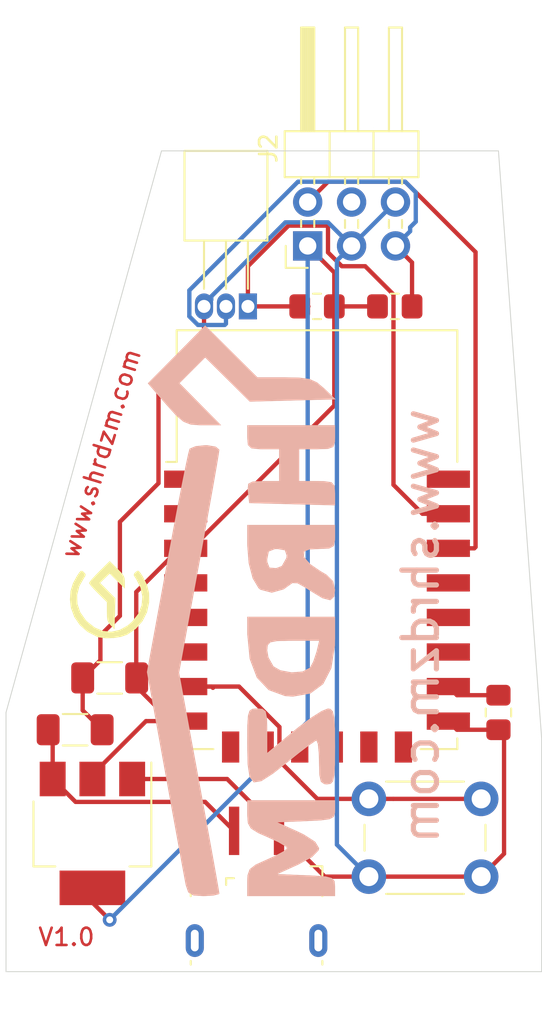
<source format=kicad_pcb>
(kicad_pcb (version 20171130) (host pcbnew "(5.1.9)-1")

  (general
    (thickness 1.6)
    (drawings 10)
    (tracks 103)
    (zones 0)
    (modules 13)
    (nets 25)
  )

  (page A4)
  (layers
    (0 F.Cu signal)
    (31 B.Cu signal)
    (32 B.Adhes user)
    (33 F.Adhes user)
    (34 B.Paste user)
    (35 F.Paste user)
    (36 B.SilkS user)
    (37 F.SilkS user)
    (38 B.Mask user)
    (39 F.Mask user)
    (40 Dwgs.User user)
    (41 Cmts.User user)
    (42 Eco1.User user)
    (43 Eco2.User user)
    (44 Edge.Cuts user)
    (45 Margin user)
    (46 B.CrtYd user)
    (47 F.CrtYd user)
    (48 B.Fab user)
    (49 F.Fab user)
  )

  (setup
    (last_trace_width 0.25)
    (trace_clearance 0.2)
    (zone_clearance 0.508)
    (zone_45_only no)
    (trace_min 0.2)
    (via_size 0.8)
    (via_drill 0.4)
    (via_min_size 0.4)
    (via_min_drill 0.3)
    (uvia_size 0.3)
    (uvia_drill 0.1)
    (uvias_allowed no)
    (uvia_min_size 0.2)
    (uvia_min_drill 0.1)
    (edge_width 0.05)
    (segment_width 0.2)
    (pcb_text_width 0.3)
    (pcb_text_size 1.5 1.5)
    (mod_edge_width 0.12)
    (mod_text_size 1 1)
    (mod_text_width 0.15)
    (pad_size 1.524 1.524)
    (pad_drill 0.762)
    (pad_to_mask_clearance 0)
    (aux_axis_origin 0 0)
    (visible_elements 7FFFF7FF)
    (pcbplotparams
      (layerselection 0x010f0_ffffffff)
      (usegerberextensions false)
      (usegerberattributes false)
      (usegerberadvancedattributes false)
      (creategerberjobfile true)
      (excludeedgelayer true)
      (linewidth 0.100000)
      (plotframeref false)
      (viasonmask false)
      (mode 1)
      (useauxorigin false)
      (hpglpennumber 1)
      (hpglpenspeed 20)
      (hpglpendiameter 15.000000)
      (psnegative false)
      (psa4output false)
      (plotreference true)
      (plotvalue true)
      (plotinvisibletext false)
      (padsonsilk false)
      (subtractmaskfromsilk false)
      (outputformat 1)
      (mirror false)
      (drillshape 0)
      (scaleselection 1)
      (outputdirectory "Gerber/"))
  )

  (net 0 "")
  (net 1 GND)
  (net 2 +5V)
  (net 3 +3V3)
  (net 4 "Net-(J2-Pad2)")
  (net 5 "Net-(J2-Pad4)")
  (net 6 "Net-(J2-Pad5)")
  (net 7 "Net-(Q1-Pad1)")
  (net 8 "Net-(R3-Pad2)")
  (net 9 "Net-(SW1-Pad1)")
  (net 10 "Net-(U2-Pad1)")
  (net 11 "Net-(U2-Pad2)")
  (net 12 "Net-(U2-Pad4)")
  (net 13 "Net-(U2-Pad5)")
  (net 14 "Net-(U2-Pad6)")
  (net 15 "Net-(U2-Pad9)")
  (net 16 "Net-(U2-Pad10)")
  (net 17 "Net-(U2-Pad11)")
  (net 18 "Net-(U2-Pad12)")
  (net 19 "Net-(U2-Pad13)")
  (net 20 "Net-(U2-Pad14)")
  (net 21 "Net-(U2-Pad17)")
  (net 22 "Net-(U2-Pad18)")
  (net 23 "Net-(U2-Pad19)")
  (net 24 "Net-(U2-Pad22)")

  (net_class Default "This is the default net class."
    (clearance 0.2)
    (trace_width 0.25)
    (via_dia 0.8)
    (via_drill 0.4)
    (uvia_dia 0.3)
    (uvia_drill 0.1)
    (add_net +3V3)
    (add_net +5V)
    (add_net GND)
    (add_net "Net-(J2-Pad2)")
    (add_net "Net-(J2-Pad4)")
    (add_net "Net-(J2-Pad5)")
    (add_net "Net-(Q1-Pad1)")
    (add_net "Net-(R3-Pad2)")
    (add_net "Net-(SW1-Pad1)")
    (add_net "Net-(U2-Pad1)")
    (add_net "Net-(U2-Pad10)")
    (add_net "Net-(U2-Pad11)")
    (add_net "Net-(U2-Pad12)")
    (add_net "Net-(U2-Pad13)")
    (add_net "Net-(U2-Pad14)")
    (add_net "Net-(U2-Pad17)")
    (add_net "Net-(U2-Pad18)")
    (add_net "Net-(U2-Pad19)")
    (add_net "Net-(U2-Pad2)")
    (add_net "Net-(U2-Pad22)")
    (add_net "Net-(U2-Pad4)")
    (add_net "Net-(U2-Pad5)")
    (add_net "Net-(U2-Pad6)")
    (add_net "Net-(U2-Pad9)")
  )

  (module Package_TO_SOT_THT:TO-92_Inline_Horizontal1 (layer F.Cu) (tedit 5A27990F) (tstamp 605471D9)
    (at 66.5 47.5 180)
    (descr "TO-92 horizontal, leads in-line, narrow, oval pads, drill 0.75mm (see NXP sot054_po.pdf)")
    (tags "to-92 sc-43 sc-43a sot54 PA33 transistor")
    (path /6059183E)
    (fp_text reference Q1 (at 1.27 -1.78) (layer F.SilkS) hide
      (effects (font (size 1 1) (thickness 0.15)))
    )
    (fp_text value BC547 (at 1.27 10.03) (layer F.Fab)
      (effects (font (size 1 1) (thickness 0.15)))
    )
    (fp_line (start 2.54 3.94) (end 2.54 1.02) (layer F.Fab) (width 0.1))
    (fp_line (start 1.27 3.94) (end 1.27 1.02) (layer F.Fab) (width 0.1))
    (fp_line (start 0 3.94) (end 0 1.02) (layer F.Fab) (width 0.1))
    (fp_line (start -1.02 8.89) (end -1.02 3.94) (layer F.Fab) (width 0.1))
    (fp_line (start -1.02 3.94) (end 3.56 3.94) (layer F.Fab) (width 0.1))
    (fp_line (start 3.56 3.94) (end 3.56 8.89) (layer F.Fab) (width 0.1))
    (fp_line (start 3.56 8.89) (end -1.02 8.89) (layer F.Fab) (width 0.1))
    (fp_line (start 0 1.02) (end 0 3.81) (layer F.SilkS) (width 0.12))
    (fp_line (start 1.27 1.02) (end 1.27 3.81) (layer F.SilkS) (width 0.12))
    (fp_line (start 2.54 1.02) (end 2.54 3.81) (layer F.SilkS) (width 0.12))
    (fp_line (start -1.13 3.81) (end 3.67 3.81) (layer F.SilkS) (width 0.12))
    (fp_line (start 3.67 3.81) (end 3.67 9) (layer F.SilkS) (width 0.12))
    (fp_line (start 3.67 9) (end -1.13 9) (layer F.SilkS) (width 0.12))
    (fp_line (start -1.13 9) (end -1.13 3.81) (layer F.SilkS) (width 0.12))
    (fp_line (start -1.27 -1) (end 3.81 -1) (layer F.CrtYd) (width 0.05))
    (fp_line (start -1.27 -1) (end -1.27 9.14) (layer F.CrtYd) (width 0.05))
    (fp_line (start 3.81 9.14) (end 3.81 -1) (layer F.CrtYd) (width 0.05))
    (fp_line (start 3.81 9.14) (end -1.27 9.14) (layer F.CrtYd) (width 0.05))
    (fp_text user %R (at 1.27 6.4) (layer F.Fab)
      (effects (font (size 1 1) (thickness 0.15)))
    )
    (pad 1 thru_hole rect (at 0 0 180) (size 1.05 1.5) (drill 0.75) (layers *.Cu *.Mask)
      (net 7 "Net-(Q1-Pad1)"))
    (pad 3 thru_hole oval (at 2.54 0 180) (size 1.05 1.5) (drill 0.75) (layers *.Cu *.Mask)
      (net 1 GND))
    (pad 2 thru_hole oval (at 1.27 0 180) (size 1.05 1.5) (drill 0.75) (layers *.Cu *.Mask)
      (net 6 "Net-(J2-Pad5)"))
    (model ${KISYS3DMOD}/Package_TO_SOT_THT.3dshapes/TO-92_Inline_Horizontal1.wrl
      (at (xyz 0 0 0))
      (scale (xyz 1 1 1))
      (rotate (xyz 0 0 0))
    )
  )

  (module Capacitor_SMD:C_1206_3216Metric_Pad1.33x1.80mm_HandSolder (layer F.Cu) (tedit 5F68FEEF) (tstamp 6054714F)
    (at 58.5 69 180)
    (descr "Capacitor SMD 1206 (3216 Metric), square (rectangular) end terminal, IPC_7351 nominal with elongated pad for handsoldering. (Body size source: IPC-SM-782 page 76, https://www.pcb-3d.com/wordpress/wp-content/uploads/ipc-sm-782a_amendment_1_and_2.pdf), generated with kicad-footprint-generator")
    (tags "capacitor handsolder")
    (path /60596E7D)
    (attr smd)
    (fp_text reference C2 (at 0 -1.85) (layer F.SilkS) hide
      (effects (font (size 1 1) (thickness 0.15)))
    )
    (fp_text value 22uF (at 0 1.85) (layer F.Fab)
      (effects (font (size 1 1) (thickness 0.15)))
    )
    (fp_line (start -1.6 0.8) (end -1.6 -0.8) (layer F.Fab) (width 0.1))
    (fp_line (start -1.6 -0.8) (end 1.6 -0.8) (layer F.Fab) (width 0.1))
    (fp_line (start 1.6 -0.8) (end 1.6 0.8) (layer F.Fab) (width 0.1))
    (fp_line (start 1.6 0.8) (end -1.6 0.8) (layer F.Fab) (width 0.1))
    (fp_line (start -0.711252 -0.91) (end 0.711252 -0.91) (layer F.SilkS) (width 0.12))
    (fp_line (start -0.711252 0.91) (end 0.711252 0.91) (layer F.SilkS) (width 0.12))
    (fp_line (start -2.48 1.15) (end -2.48 -1.15) (layer F.CrtYd) (width 0.05))
    (fp_line (start -2.48 -1.15) (end 2.48 -1.15) (layer F.CrtYd) (width 0.05))
    (fp_line (start 2.48 -1.15) (end 2.48 1.15) (layer F.CrtYd) (width 0.05))
    (fp_line (start 2.48 1.15) (end -2.48 1.15) (layer F.CrtYd) (width 0.05))
    (fp_text user %R (at 0 0) (layer F.Fab)
      (effects (font (size 0.8 0.8) (thickness 0.12)))
    )
    (pad 2 smd roundrect (at 1.5625 0 180) (size 1.325 1.8) (layers F.Cu F.Paste F.Mask) (roundrect_rratio 0.1886784905660377)
      (net 1 GND))
    (pad 1 smd roundrect (at -1.5625 0 180) (size 1.325 1.8) (layers F.Cu F.Paste F.Mask) (roundrect_rratio 0.1886784905660377)
      (net 3 +3V3))
    (model ${KISYS3DMOD}/Capacitor_SMD.3dshapes/C_1206_3216Metric.wrl
      (at (xyz 0 0 0))
      (scale (xyz 1 1 1))
      (rotate (xyz 0 0 0))
    )
  )

  (module Capacitor_SMD:C_1206_3216Metric_Pad1.33x1.80mm_HandSolder (layer F.Cu) (tedit 5F68FEEF) (tstamp 6054713E)
    (at 56.5 72 180)
    (descr "Capacitor SMD 1206 (3216 Metric), square (rectangular) end terminal, IPC_7351 nominal with elongated pad for handsoldering. (Body size source: IPC-SM-782 page 76, https://www.pcb-3d.com/wordpress/wp-content/uploads/ipc-sm-782a_amendment_1_and_2.pdf), generated with kicad-footprint-generator")
    (tags "capacitor handsolder")
    (path /605964A3)
    (attr smd)
    (fp_text reference C1 (at 0 -1.85) (layer F.SilkS) hide
      (effects (font (size 1 1) (thickness 0.15)))
    )
    (fp_text value 22uF (at 0 1.85) (layer F.Fab)
      (effects (font (size 1 1) (thickness 0.15)))
    )
    (fp_line (start -1.6 0.8) (end -1.6 -0.8) (layer F.Fab) (width 0.1))
    (fp_line (start -1.6 -0.8) (end 1.6 -0.8) (layer F.Fab) (width 0.1))
    (fp_line (start 1.6 -0.8) (end 1.6 0.8) (layer F.Fab) (width 0.1))
    (fp_line (start 1.6 0.8) (end -1.6 0.8) (layer F.Fab) (width 0.1))
    (fp_line (start -0.711252 -0.91) (end 0.711252 -0.91) (layer F.SilkS) (width 0.12))
    (fp_line (start -0.711252 0.91) (end 0.711252 0.91) (layer F.SilkS) (width 0.12))
    (fp_line (start -2.48 1.15) (end -2.48 -1.15) (layer F.CrtYd) (width 0.05))
    (fp_line (start -2.48 -1.15) (end 2.48 -1.15) (layer F.CrtYd) (width 0.05))
    (fp_line (start 2.48 -1.15) (end 2.48 1.15) (layer F.CrtYd) (width 0.05))
    (fp_line (start 2.48 1.15) (end -2.48 1.15) (layer F.CrtYd) (width 0.05))
    (fp_text user %R (at 0 0) (layer F.Fab)
      (effects (font (size 0.8 0.8) (thickness 0.12)))
    )
    (pad 2 smd roundrect (at 1.5625 0 180) (size 1.325 1.8) (layers F.Cu F.Paste F.Mask) (roundrect_rratio 0.1886784905660377)
      (net 2 +5V))
    (pad 1 smd roundrect (at -1.5625 0 180) (size 1.325 1.8) (layers F.Cu F.Paste F.Mask) (roundrect_rratio 0.1886784905660377)
      (net 1 GND))
    (model ${KISYS3DMOD}/Capacitor_SMD.3dshapes/C_1206_3216Metric.wrl
      (at (xyz 0 0 0))
      (scale (xyz 1 1 1))
      (rotate (xyz 0 0 0))
    )
  )

  (module SHRDZM:USB_Micro-B_Power (layer F.Cu) (tedit 6055B067) (tstamp 60561B2C)
    (at 67 83)
    (tags "Micro-USB Power")
    (path /605D392E)
    (attr smd)
    (fp_text reference J1 (at 0.05 -7.3) (layer F.SilkS) hide
      (effects (font (size 1 1) (thickness 0.15)))
    )
    (fp_text value USB_B_Micro_Power (at 0 5.2) (layer F.Fab)
      (effects (font (size 1 1) (thickness 0.15)))
    )
    (fp_line (start -1.1 -2.16) (end -1.1 -1.95) (layer F.Fab) (width 0.1))
    (fp_line (start -1.5 -2.16) (end -1.5 -1.95) (layer F.Fab) (width 0.1))
    (fp_line (start -1.5 -2.16) (end -1.1 -2.16) (layer F.Fab) (width 0.1))
    (fp_line (start -1.1 -1.95) (end -1.3 -1.75) (layer F.Fab) (width 0.1))
    (fp_line (start -1.3 -1.75) (end -1.5 -1.95) (layer F.Fab) (width 0.1))
    (fp_line (start -1.76 -2.41) (end -1.76 -2.02) (layer F.SilkS) (width 0.12))
    (fp_line (start -1.76 -2.41) (end -1.31 -2.41) (layer F.SilkS) (width 0.12))
    (fp_line (start 3.775 -3.1) (end 3.125 -3.1) (layer F.SilkS) (width 0.12))
    (fp_line (start 3.81 -1.37) (end 3.81 -3.1) (layer F.SilkS) (width 0.12))
    (fp_line (start -3.81 2.59) (end -3.81 2.38) (layer F.SilkS) (width 0.12))
    (fp_line (start -3.7 3.95) (end -3.7 -1.6) (layer F.Fab) (width 0.1))
    (fp_line (start -3.7 -1.6) (end 3.7 -1.6) (layer F.Fab) (width 0.1))
    (fp_line (start -3.7 3.95) (end 3.7 3.95) (layer F.Fab) (width 0.1))
    (fp_line (start -3 2.65) (end 3 2.65) (layer F.Fab) (width 0.1))
    (fp_line (start 3.7 3.95) (end 3.7 -1.6) (layer F.Fab) (width 0.1))
    (fp_line (start 3.81 2.59) (end 3.81 2.38) (layer F.SilkS) (width 0.12))
    (fp_line (start -3.81 -1.37) (end -3.81 -3.1) (layer F.SilkS) (width 0.12))
    (fp_line (start -3.7 -3.1) (end -3.04 -3.1) (layer F.SilkS) (width 0.12))
    (fp_line (start -4.6 4.45) (end -4.6 -2.65) (layer F.CrtYd) (width 0.05))
    (fp_line (start -4.6 -2.65) (end 4.6 -2.65) (layer F.CrtYd) (width 0.05))
    (fp_line (start 4.6 -2.65) (end 4.6 4.45) (layer F.CrtYd) (width 0.05))
    (fp_line (start -4.6 4.45) (end 4.6 4.45) (layer F.CrtYd) (width 0.05))
    (fp_text user %R (at 0 0.85) (layer F.Fab)
      (effects (font (size 1 1) (thickness 0.15)))
    )
    (pad 1 smd rect (at -1.3 -5.15) (size 0.6 2.8) (layers F.Cu F.Paste F.Mask)
      (net 2 +5V))
    (pad 5 smd rect (at 1.3 -5.15) (size 0.6 2.8) (layers F.Cu F.Paste F.Mask)
      (net 1 GND))
    (pad "" thru_hole oval (at -3.575 1.2 180) (size 1.05 1.9) (drill oval 0.45 1.25) (layers *.Cu *.Mask))
    (pad "" thru_hole oval (at 3.575 1.2) (size 1.05 1.9) (drill oval 0.45 1.25) (layers *.Cu *.Mask))
    (model ${KISYS3DMOD}/Connector_USB.3dshapes/USB_Micro-B_GCT_USB3076-30-A.wrl
      (at (xyz 0 0 0))
      (scale (xyz 1 1 1))
      (rotate (xyz 0 0 0))
    )
  )

  (module "SHRDZM:SHRDZM Symbol 5x5" (layer F.Cu) (tedit 0) (tstamp 60550FF7)
    (at 58.5 64.5)
    (fp_text reference G*** (at 0 0) (layer F.SilkS) hide
      (effects (font (size 1.524 1.524) (thickness 0.3)))
    )
    (fp_text value LOGO (at 0.75 0) (layer F.SilkS) hide
      (effects (font (size 1.524 1.524) (thickness 0.3)))
    )
    (fp_poly (pts (xy -1.506686 -1.625883) (xy -1.503334 -1.622852) (xy -1.398724 -1.505223) (xy -1.412956 -1.400282)
      (xy -1.469728 -1.316374) (xy -1.75387 -0.815712) (xy -1.886962 -0.30033) (xy -1.870112 0.211618)
      (xy -1.704429 0.701978) (xy -1.391021 1.152595) (xy -1.314082 1.233002) (xy -0.864498 1.5863)
      (xy -0.389162 1.785985) (xy 0.097619 1.832058) (xy 0.581538 1.724518) (xy 1.048286 1.463366)
      (xy 1.314081 1.233002) (xy 1.655709 0.792086) (xy 1.849824 0.307945) (xy 1.895319 -0.201268)
      (xy 1.791085 -0.717399) (xy 1.536013 -1.222293) (xy 1.469727 -1.316374) (xy 1.392661 -1.44994)
      (xy 1.429417 -1.550408) (xy 1.503333 -1.622852) (xy 1.595643 -1.694892) (xy 1.669653 -1.693628)
      (xy 1.758787 -1.598696) (xy 1.896469 -1.389728) (xy 1.903109 -1.379261) (xy 2.154504 -0.894106)
      (xy 2.275576 -0.412973) (xy 2.281585 0.121397) (xy 2.159228 0.698) (xy 1.896881 1.216996)
      (xy 1.509151 1.656847) (xy 1.010647 1.996013) (xy 1.009923 1.996385) (xy 0.657971 2.119791)
      (xy 0.226438 2.189529) (xy -0.218985 2.201228) (xy -0.612607 2.150515) (xy -0.738348 2.112708)
      (xy -1.277564 1.834626) (xy -1.717995 1.449179) (xy -2.044617 0.977102) (xy -2.242407 0.439127)
      (xy -2.297949 -0.039688) (xy -2.260217 -0.53047) (xy -2.125067 -0.969971) (xy -1.902146 -1.380781)
      (xy -1.762284 -1.59393) (xy -1.672115 -1.692258) (xy -1.598096 -1.696122) (xy -1.506686 -1.625883)) (layer F.SilkS) (width 0.01))
    (fp_poly (pts (xy 0.436196 -1.825987) (xy 0.66022 -1.596669) (xy 0.791224 -1.429677) (xy 0.853769 -1.280676)
      (xy 0.872417 -1.105331) (xy 0.873125 -1.037298) (xy 0.873125 -0.680111) (xy 0.43736 -1.110462)
      (xy 0.001596 -1.540814) (xy -0.278011 -1.269809) (xy -0.557617 -0.998804) (xy 0.322975 -0.108926)
      (xy 0.300394 0.784464) (xy 0.277812 1.677854) (xy 0.059531 1.44974) (xy -0.057965 1.309741)
      (xy -0.123848 1.16476) (xy -0.15261 0.9629) (xy -0.15875 0.668051) (xy -0.15875 0.114476)
      (xy -0.674688 -0.396875) (xy -0.902046 -0.630826) (xy -1.078259 -0.828545) (xy -1.177694 -0.960471)
      (xy -1.190625 -0.991882) (xy -1.137382 -1.079261) (xy -0.993484 -1.249778) (xy -0.782674 -1.476507)
      (xy -0.595679 -1.666512) (xy -0.000732 -2.257487) (xy 0.436196 -1.825987)) (layer F.SilkS) (width 0.01))
  )

  (module Resistor_SMD:R_0805_2012Metric_Pad1.20x1.40mm_HandSolder (layer F.Cu) (tedit 5F68FEEE) (tstamp 6054FC80)
    (at 81 71 90)
    (descr "Resistor SMD 0805 (2012 Metric), square (rectangular) end terminal, IPC_7351 nominal with elongated pad for handsoldering. (Body size source: IPC-SM-782 page 72, https://www.pcb-3d.com/wordpress/wp-content/uploads/ipc-sm-782a_amendment_1_and_2.pdf), generated with kicad-footprint-generator")
    (tags "resistor handsolder")
    (path /60596A0F)
    (attr smd)
    (fp_text reference R3 (at 0 -1.65 90) (layer F.SilkS) hide
      (effects (font (size 1 1) (thickness 0.15)))
    )
    (fp_text value 10k (at 0 1.65 90) (layer F.Fab)
      (effects (font (size 1 1) (thickness 0.15)))
    )
    (fp_line (start -1 0.625) (end -1 -0.625) (layer F.Fab) (width 0.1))
    (fp_line (start -1 -0.625) (end 1 -0.625) (layer F.Fab) (width 0.1))
    (fp_line (start 1 -0.625) (end 1 0.625) (layer F.Fab) (width 0.1))
    (fp_line (start 1 0.625) (end -1 0.625) (layer F.Fab) (width 0.1))
    (fp_line (start -0.227064 -0.735) (end 0.227064 -0.735) (layer F.SilkS) (width 0.12))
    (fp_line (start -0.227064 0.735) (end 0.227064 0.735) (layer F.SilkS) (width 0.12))
    (fp_line (start -1.85 0.95) (end -1.85 -0.95) (layer F.CrtYd) (width 0.05))
    (fp_line (start -1.85 -0.95) (end 1.85 -0.95) (layer F.CrtYd) (width 0.05))
    (fp_line (start 1.85 -0.95) (end 1.85 0.95) (layer F.CrtYd) (width 0.05))
    (fp_line (start 1.85 0.95) (end -1.85 0.95) (layer F.CrtYd) (width 0.05))
    (fp_text user %R (at 0 0 90) (layer F.Fab)
      (effects (font (size 0.5 0.5) (thickness 0.08)))
    )
    (pad 2 smd roundrect (at 1 0 90) (size 1.2 1.4) (layers F.Cu F.Paste F.Mask) (roundrect_rratio 0.2083325)
      (net 8 "Net-(R3-Pad2)"))
    (pad 1 smd roundrect (at -1 0 90) (size 1.2 1.4) (layers F.Cu F.Paste F.Mask) (roundrect_rratio 0.2083325)
      (net 1 GND))
    (model ${KISYS3DMOD}/Resistor_SMD.3dshapes/R_0805_2012Metric.wrl
      (at (xyz 0 0 0))
      (scale (xyz 1 1 1))
      (rotate (xyz 0 0 0))
    )
  )

  (module Resistor_SMD:R_0805_2012Metric_Pad1.20x1.40mm_HandSolder (layer F.Cu) (tedit 5F68FEEE) (tstamp 605471FB)
    (at 75 47.5 180)
    (descr "Resistor SMD 0805 (2012 Metric), square (rectangular) end terminal, IPC_7351 nominal with elongated pad for handsoldering. (Body size source: IPC-SM-782 page 72, https://www.pcb-3d.com/wordpress/wp-content/uploads/ipc-sm-782a_amendment_1_and_2.pdf), generated with kicad-footprint-generator")
    (tags "resistor handsolder")
    (path /605543CB)
    (attr smd)
    (fp_text reference R2 (at 0 -1.65) (layer F.SilkS) hide
      (effects (font (size 1 1) (thickness 0.15)))
    )
    (fp_text value 10k (at 0 1.65) (layer F.Fab)
      (effects (font (size 1 1) (thickness 0.15)))
    )
    (fp_line (start -1 0.625) (end -1 -0.625) (layer F.Fab) (width 0.1))
    (fp_line (start -1 -0.625) (end 1 -0.625) (layer F.Fab) (width 0.1))
    (fp_line (start 1 -0.625) (end 1 0.625) (layer F.Fab) (width 0.1))
    (fp_line (start 1 0.625) (end -1 0.625) (layer F.Fab) (width 0.1))
    (fp_line (start -0.227064 -0.735) (end 0.227064 -0.735) (layer F.SilkS) (width 0.12))
    (fp_line (start -0.227064 0.735) (end 0.227064 0.735) (layer F.SilkS) (width 0.12))
    (fp_line (start -1.85 0.95) (end -1.85 -0.95) (layer F.CrtYd) (width 0.05))
    (fp_line (start -1.85 -0.95) (end 1.85 -0.95) (layer F.CrtYd) (width 0.05))
    (fp_line (start 1.85 -0.95) (end 1.85 0.95) (layer F.CrtYd) (width 0.05))
    (fp_line (start 1.85 0.95) (end -1.85 0.95) (layer F.CrtYd) (width 0.05))
    (fp_text user %R (at 0 0) (layer F.Fab)
      (effects (font (size 0.5 0.5) (thickness 0.08)))
    )
    (pad 2 smd roundrect (at 1 0 180) (size 1.2 1.4) (layers F.Cu F.Paste F.Mask) (roundrect_rratio 0.2083325)
      (net 3 +3V3))
    (pad 1 smd roundrect (at -1 0 180) (size 1.2 1.4) (layers F.Cu F.Paste F.Mask) (roundrect_rratio 0.2083325)
      (net 6 "Net-(J2-Pad5)"))
    (model ${KISYS3DMOD}/Resistor_SMD.3dshapes/R_0805_2012Metric.wrl
      (at (xyz 0 0 0))
      (scale (xyz 1 1 1))
      (rotate (xyz 0 0 0))
    )
  )

  (module Resistor_SMD:R_0805_2012Metric_Pad1.20x1.40mm_HandSolder (layer F.Cu) (tedit 5F68FEEE) (tstamp 605471EA)
    (at 70.5 47.5 180)
    (descr "Resistor SMD 0805 (2012 Metric), square (rectangular) end terminal, IPC_7351 nominal with elongated pad for handsoldering. (Body size source: IPC-SM-782 page 72, https://www.pcb-3d.com/wordpress/wp-content/uploads/ipc-sm-782a_amendment_1_and_2.pdf), generated with kicad-footprint-generator")
    (tags "resistor handsolder")
    (path /6054E299)
    (attr smd)
    (fp_text reference R1 (at 0 -1.65) (layer F.SilkS) hide
      (effects (font (size 1 1) (thickness 0.15)))
    )
    (fp_text value 10k (at 0 1.65) (layer F.Fab)
      (effects (font (size 1 1) (thickness 0.15)))
    )
    (fp_line (start -1 0.625) (end -1 -0.625) (layer F.Fab) (width 0.1))
    (fp_line (start -1 -0.625) (end 1 -0.625) (layer F.Fab) (width 0.1))
    (fp_line (start 1 -0.625) (end 1 0.625) (layer F.Fab) (width 0.1))
    (fp_line (start 1 0.625) (end -1 0.625) (layer F.Fab) (width 0.1))
    (fp_line (start -0.227064 -0.735) (end 0.227064 -0.735) (layer F.SilkS) (width 0.12))
    (fp_line (start -0.227064 0.735) (end 0.227064 0.735) (layer F.SilkS) (width 0.12))
    (fp_line (start -1.85 0.95) (end -1.85 -0.95) (layer F.CrtYd) (width 0.05))
    (fp_line (start -1.85 -0.95) (end 1.85 -0.95) (layer F.CrtYd) (width 0.05))
    (fp_line (start 1.85 -0.95) (end 1.85 0.95) (layer F.CrtYd) (width 0.05))
    (fp_line (start 1.85 0.95) (end -1.85 0.95) (layer F.CrtYd) (width 0.05))
    (fp_text user %R (at 0 0) (layer F.Fab)
      (effects (font (size 0.5 0.5) (thickness 0.08)))
    )
    (pad 2 smd roundrect (at 1 0 180) (size 1.2 1.4) (layers F.Cu F.Paste F.Mask) (roundrect_rratio 0.2083325)
      (net 7 "Net-(Q1-Pad1)"))
    (pad 1 smd roundrect (at -1 0 180) (size 1.2 1.4) (layers F.Cu F.Paste F.Mask) (roundrect_rratio 0.2083325)
      (net 3 +3V3))
    (model ${KISYS3DMOD}/Resistor_SMD.3dshapes/R_0805_2012Metric.wrl
      (at (xyz 0 0 0))
      (scale (xyz 1 1 1))
      (rotate (xyz 0 0 0))
    )
  )

  (module RF_Module:ESP-12E (layer F.Cu) (tedit 5A030172) (tstamp 6054727C)
    (at 70.5 61)
    (descr "Wi-Fi Module, http://wiki.ai-thinker.com/_media/esp8266/docs/aithinker_esp_12f_datasheet_en.pdf")
    (tags "Wi-Fi Module")
    (path /60539BCE)
    (attr smd)
    (fp_text reference U2 (at -10.56 -5.26) (layer F.SilkS) hide
      (effects (font (size 1 1) (thickness 0.15)))
    )
    (fp_text value ESP-12F (at -0.06 -12.78) (layer F.Fab)
      (effects (font (size 1 1) (thickness 0.15)))
    )
    (fp_line (start -8 -12) (end 8 -12) (layer F.Fab) (width 0.12))
    (fp_line (start 8 -12) (end 8 12) (layer F.Fab) (width 0.12))
    (fp_line (start 8 12) (end -8 12) (layer F.Fab) (width 0.12))
    (fp_line (start -8 12) (end -8 -3) (layer F.Fab) (width 0.12))
    (fp_line (start -8 -3) (end -7.5 -3.5) (layer F.Fab) (width 0.12))
    (fp_line (start -7.5 -3.5) (end -8 -4) (layer F.Fab) (width 0.12))
    (fp_line (start -8 -4) (end -8 -12) (layer F.Fab) (width 0.12))
    (fp_line (start -9.05 -12.2) (end 9.05 -12.2) (layer F.CrtYd) (width 0.05))
    (fp_line (start 9.05 -12.2) (end 9.05 13.1) (layer F.CrtYd) (width 0.05))
    (fp_line (start 9.05 13.1) (end -9.05 13.1) (layer F.CrtYd) (width 0.05))
    (fp_line (start -9.05 13.1) (end -9.05 -12.2) (layer F.CrtYd) (width 0.05))
    (fp_line (start -8.12 -12.12) (end 8.12 -12.12) (layer F.SilkS) (width 0.12))
    (fp_line (start 8.12 -12.12) (end 8.12 -4.5) (layer F.SilkS) (width 0.12))
    (fp_line (start 8.12 11.5) (end 8.12 12.12) (layer F.SilkS) (width 0.12))
    (fp_line (start 8.12 12.12) (end 6 12.12) (layer F.SilkS) (width 0.12))
    (fp_line (start -6 12.12) (end -8.12 12.12) (layer F.SilkS) (width 0.12))
    (fp_line (start -8.12 12.12) (end -8.12 11.5) (layer F.SilkS) (width 0.12))
    (fp_line (start -8.12 -4.5) (end -8.12 -12.12) (layer F.SilkS) (width 0.12))
    (fp_line (start -8.12 -4.5) (end -8.73 -4.5) (layer F.SilkS) (width 0.12))
    (fp_line (start -8.12 -12.12) (end 8.12 -12.12) (layer Dwgs.User) (width 0.12))
    (fp_line (start 8.12 -12.12) (end 8.12 -4.8) (layer Dwgs.User) (width 0.12))
    (fp_line (start 8.12 -4.8) (end -8.12 -4.8) (layer Dwgs.User) (width 0.12))
    (fp_line (start -8.12 -4.8) (end -8.12 -12.12) (layer Dwgs.User) (width 0.12))
    (fp_line (start -8.12 -9.12) (end -5.12 -12.12) (layer Dwgs.User) (width 0.12))
    (fp_line (start -8.12 -6.12) (end -2.12 -12.12) (layer Dwgs.User) (width 0.12))
    (fp_line (start -6.44 -4.8) (end 0.88 -12.12) (layer Dwgs.User) (width 0.12))
    (fp_line (start -3.44 -4.8) (end 3.88 -12.12) (layer Dwgs.User) (width 0.12))
    (fp_line (start -0.44 -4.8) (end 6.88 -12.12) (layer Dwgs.User) (width 0.12))
    (fp_line (start 2.56 -4.8) (end 8.12 -10.36) (layer Dwgs.User) (width 0.12))
    (fp_line (start 5.56 -4.8) (end 8.12 -7.36) (layer Dwgs.User) (width 0.12))
    (fp_text user Antenna (at -0.06 -7 180) (layer Cmts.User)
      (effects (font (size 1 1) (thickness 0.15)))
    )
    (fp_text user "KEEP-OUT ZONE" (at 0.03 -9.55 180) (layer Cmts.User)
      (effects (font (size 1 1) (thickness 0.15)))
    )
    (fp_text user %R (at 0.49 -0.8) (layer F.Fab) hide
      (effects (font (size 1 1) (thickness 0.15)))
    )
    (pad 1 smd rect (at -7.6 -3.5) (size 2.5 1) (layers F.Cu F.Paste F.Mask)
      (net 10 "Net-(U2-Pad1)"))
    (pad 2 smd rect (at -7.6 -1.5) (size 2.5 1) (layers F.Cu F.Paste F.Mask)
      (net 11 "Net-(U2-Pad2)"))
    (pad 3 smd rect (at -7.6 0.5) (size 2.5 1) (layers F.Cu F.Paste F.Mask)
      (net 3 +3V3))
    (pad 4 smd rect (at -7.6 2.5) (size 2.5 1) (layers F.Cu F.Paste F.Mask)
      (net 12 "Net-(U2-Pad4)"))
    (pad 5 smd rect (at -7.6 4.5) (size 2.5 1) (layers F.Cu F.Paste F.Mask)
      (net 13 "Net-(U2-Pad5)"))
    (pad 6 smd rect (at -7.6 6.5) (size 2.5 1) (layers F.Cu F.Paste F.Mask)
      (net 14 "Net-(U2-Pad6)"))
    (pad 7 smd rect (at -7.6 8.5) (size 2.5 1) (layers F.Cu F.Paste F.Mask)
      (net 9 "Net-(SW1-Pad1)"))
    (pad 8 smd rect (at -7.6 10.5) (size 2.5 1) (layers F.Cu F.Paste F.Mask)
      (net 3 +3V3))
    (pad 9 smd rect (at -5 12) (size 1 1.8) (layers F.Cu F.Paste F.Mask)
      (net 15 "Net-(U2-Pad9)"))
    (pad 10 smd rect (at -3 12) (size 1 1.8) (layers F.Cu F.Paste F.Mask)
      (net 16 "Net-(U2-Pad10)"))
    (pad 11 smd rect (at -1 12) (size 1 1.8) (layers F.Cu F.Paste F.Mask)
      (net 17 "Net-(U2-Pad11)"))
    (pad 12 smd rect (at 1 12) (size 1 1.8) (layers F.Cu F.Paste F.Mask)
      (net 18 "Net-(U2-Pad12)"))
    (pad 13 smd rect (at 3 12) (size 1 1.8) (layers F.Cu F.Paste F.Mask)
      (net 19 "Net-(U2-Pad13)"))
    (pad 14 smd rect (at 5 12) (size 1 1.8) (layers F.Cu F.Paste F.Mask)
      (net 20 "Net-(U2-Pad14)"))
    (pad 15 smd rect (at 7.6 10.5) (size 2.5 1) (layers F.Cu F.Paste F.Mask)
      (net 1 GND))
    (pad 16 smd rect (at 7.6 8.5) (size 2.5 1) (layers F.Cu F.Paste F.Mask)
      (net 8 "Net-(R3-Pad2)"))
    (pad 17 smd rect (at 7.6 6.5) (size 2.5 1) (layers F.Cu F.Paste F.Mask)
      (net 21 "Net-(U2-Pad17)"))
    (pad 18 smd rect (at 7.6 4.5) (size 2.5 1) (layers F.Cu F.Paste F.Mask)
      (net 22 "Net-(U2-Pad18)"))
    (pad 19 smd rect (at 7.6 2.5) (size 2.5 1) (layers F.Cu F.Paste F.Mask)
      (net 23 "Net-(U2-Pad19)"))
    (pad 20 smd rect (at 7.6 0.5) (size 2.5 1) (layers F.Cu F.Paste F.Mask)
      (net 4 "Net-(J2-Pad2)"))
    (pad 21 smd rect (at 7.6 -1.5) (size 2.5 1) (layers F.Cu F.Paste F.Mask)
      (net 7 "Net-(Q1-Pad1)"))
    (pad 22 smd rect (at 7.6 -3.5) (size 2.5 1) (layers F.Cu F.Paste F.Mask)
      (net 24 "Net-(U2-Pad22)"))
    (model ${KISYS3DMOD}/RF_Module.3dshapes/ESP-12E.wrl
      (at (xyz 0 0 0))
      (scale (xyz 1 1 1))
      (rotate (xyz 0 0 0))
    )
  )

  (module "SHRDZM:SHRDZM 33x11" (layer B.Cu) (tedit 0) (tstamp 6054BFB9)
    (at 66 65 270)
    (attr smd)
    (fp_text reference G*** (at 0 0 90) (layer B.SilkS) hide
      (effects (font (size 1.524 1.524) (thickness 0.3)) (justify mirror))
    )
    (fp_text value LOGO (at 0.75 0 90) (layer B.SilkS) hide
      (effects (font (size 1.524 1.524) (thickness 0.3)) (justify mirror))
    )
    (fp_poly (pts (xy -11.834091 4.24028) (xy -11.189823 3.659697) (xy -10.826172 3.229197) (xy -10.663573 2.809819)
      (xy -10.622463 2.262601) (xy -10.621818 2.123008) (xy -10.621818 1.054867) (xy -11.839933 2.257851)
      (xy -13.058048 3.460834) (xy -13.801539 2.717343) (xy -14.545029 1.973852) (xy -13.267906 0.683262)
      (xy -11.990782 -0.607328) (xy -12.056755 -3.090599) (xy -12.122727 -5.573871) (xy -12.757727 -4.910209)
      (xy -13.100825 -4.500821) (xy -13.292543 -4.07639) (xy -13.37559 -3.484816) (xy -13.392727 -2.648614)
      (xy -13.392727 -1.05068) (xy -14.893628 0.461811) (xy -16.39453 1.974302) (xy -13.046364 5.289412)
      (xy -11.834091 4.24028)) (layer B.SilkS) (width 0.01))
    (fp_poly (pts (xy -9.484909 -0.498292) (xy -9.287451 -0.695944) (xy -9.237457 -1.187122) (xy -9.236364 -1.385454)
      (xy -9.236364 -2.309091) (xy -7.389091 -2.309091) (xy -7.389091 -1.370117) (xy -7.364956 -0.775193)
      (xy -7.233747 -0.521424) (xy -6.907262 -0.488531) (xy -6.754091 -0.504208) (xy -6.119091 -0.577272)
      (xy -6.053552 -3.059545) (xy -5.988012 -5.541818) (xy -6.688552 -5.541818) (xy -7.119278 -5.512352)
      (xy -7.32328 -5.340367) (xy -7.385084 -4.900487) (xy -7.389091 -4.502727) (xy -7.389091 -3.463636)
      (xy -9.236364 -3.463636) (xy -9.236364 -4.502727) (xy -9.256445 -5.14168) (xy -9.37239 -5.444309)
      (xy -9.667753 -5.535944) (xy -9.929091 -5.541818) (xy -10.621818 -5.541818) (xy -10.621818 -0.461818)
      (xy -9.929091 -0.461818) (xy -9.484909 -0.498292)) (layer B.SilkS) (width 0.01))
    (fp_poly (pts (xy -2.642837 -0.546235) (xy -1.764684 -0.776401) (xy -1.193038 -1.117685) (xy -1.105054 -1.226718)
      (xy -0.93439 -1.882505) (xy -1.127254 -2.569532) (xy -1.290102 -2.793121) (xy -1.491165 -3.07761)
      (xy -1.479224 -3.371679) (xy -1.227204 -3.825884) (xy -1.059193 -4.077178) (xy -0.615248 -4.812785)
      (xy -0.49648 -5.268546) (xy -0.704158 -5.493792) (xy -1.096818 -5.541194) (xy -1.58461 -5.436356)
      (xy -1.972164 -5.051108) (xy -2.193636 -4.67801) (xy -2.572771 -4.120334) (xy -2.957725 -3.777117)
      (xy -3.059545 -3.738066) (xy -3.321578 -3.769813) (xy -3.439795 -4.068632) (xy -3.463636 -4.60125)
      (xy -3.489728 -5.200492) (xy -3.632454 -5.469616) (xy -3.988494 -5.539887) (xy -4.156364 -5.541818)
      (xy -4.849091 -5.541818) (xy -4.849091 -2.209696) (xy -3.463636 -2.209696) (xy -3.388255 -2.642177)
      (xy -3.083953 -2.743785) (xy -2.944091 -2.729241) (xy -2.477274 -2.466292) (xy -2.350758 -2.135909)
      (xy -2.38173 -1.747837) (xy -2.711239 -1.621022) (xy -2.870304 -1.616363) (xy -3.316807 -1.70486)
      (xy -3.459257 -2.062941) (xy -3.463636 -2.209696) (xy -4.849091 -2.209696) (xy -4.849091 -0.461818)
      (xy -3.709578 -0.461818) (xy -2.642837 -0.546235)) (layer B.SilkS) (width 0.01))
    (fp_poly (pts (xy 1.443182 -0.463106) (xy 2.892018 -0.603587) (xy 3.980493 -1.017315) (xy 4.701492 -1.699123)
      (xy 5.0479 -2.64384) (xy 5.08 -3.104872) (xy 4.899507 -4.116709) (xy 4.354574 -4.8559)
      (xy 3.440015 -5.326202) (xy 2.150647 -5.53137) (xy 1.716786 -5.541818) (xy 0.461818 -5.541818)
      (xy 0.461818 -3.121672) (xy 1.847273 -3.121672) (xy 1.847273 -4.62698) (xy 2.482273 -4.475287)
      (xy 3.058327 -4.283473) (xy 3.405909 -4.09625) (xy 3.632366 -3.669201) (xy 3.681523 -3.027147)
      (xy 3.560684 -2.378403) (xy 3.331688 -1.97922) (xy 2.816415 -1.68904) (xy 2.408052 -1.616363)
      (xy 2.106819 -1.64469) (xy 1.938836 -1.799044) (xy 1.865337 -2.183485) (xy 1.847557 -2.902073)
      (xy 1.847273 -3.121672) (xy 0.461818 -3.121672) (xy 0.461818 -0.461818) (xy 1.443182 -0.463106)) (layer B.SilkS) (width 0.01))
    (fp_poly (pts (xy 9.012665 -0.486845) (xy 9.733746 -0.59657) (xy 10.04551 -0.842964) (xy 9.972067 -1.277993)
      (xy 9.537529 -1.953626) (xy 8.915182 -2.740129) (xy 8.337411 -3.461922) (xy 7.892447 -4.04747)
      (xy 7.647299 -4.407237) (xy 7.62 -4.470704) (xy 7.828873 -4.551485) (xy 8.367658 -4.605052)
      (xy 8.89 -4.618181) (xy 9.623931 -4.638226) (xy 10.006267 -4.724894) (xy 10.146455 -4.917981)
      (xy 10.16 -5.08) (xy 10.126875 -5.294643) (xy 9.970391 -5.43011) (xy 9.604881 -5.504437)
      (xy 8.944679 -5.535658) (xy 7.966364 -5.541818) (xy 6.940998 -5.533022) (xy 6.293239 -5.49612)
      (xy 5.93904 -5.415343) (xy 5.794356 -5.274919) (xy 5.772727 -5.130205) (xy 5.913733 -4.773596)
      (xy 6.289794 -4.178026) (xy 6.830471 -3.450873) (xy 7.060215 -3.167477) (xy 8.347703 -1.616363)
      (xy 7.060215 -1.616363) (xy 6.326626 -1.60185) (xy 5.942405 -1.524744) (xy 5.795266 -1.334701)
      (xy 5.772727 -1.039091) (xy 5.789188 -0.766199) (xy 5.897714 -0.596586) (xy 6.18702 -0.505696)
      (xy 6.745821 -0.468969) (xy 7.662833 -0.46185) (xy 7.858156 -0.461818) (xy 9.012665 -0.486845)) (layer B.SilkS) (width 0.01))
    (fp_poly (pts (xy 12.395429 -0.496136) (xy 12.712548 -0.670983) (xy 12.97747 -1.094195) (xy 13.205401 -1.616363)
      (xy 13.499891 -2.25622) (xy 13.747657 -2.675473) (xy 13.854545 -2.770909) (xy 14.029365 -2.576068)
      (xy 14.299208 -2.074721) (xy 14.50369 -1.616363) (xy 14.806606 -0.946186) (xy 15.073805 -0.602406)
      (xy 15.426784 -0.477186) (xy 15.804476 -0.461818) (xy 16.625455 -0.461818) (xy 16.625455 -5.541818)
      (xy 16.058298 -5.541818) (xy 15.764735 -5.515048) (xy 15.589308 -5.368948) (xy 15.494585 -5.004829)
      (xy 15.443132 -4.324002) (xy 15.423298 -3.867727) (xy 15.355455 -2.193636) (xy 14.807474 -3.405909)
      (xy 14.367728 -4.212638) (xy 13.976133 -4.590872) (xy 13.854545 -4.618181) (xy 13.483463 -4.393411)
      (xy 13.058569 -3.732945) (xy 12.901617 -3.405909) (xy 12.353636 -2.193636) (xy 12.285793 -3.867727)
      (xy 12.241738 -4.731043) (xy 12.171965 -5.231377) (xy 12.039041 -5.467418) (xy 11.805533 -5.537853)
      (xy 11.650793 -5.541818) (xy 11.083636 -5.541818) (xy 11.083636 -0.461818) (xy 11.904615 -0.461818)
      (xy 12.395429 -0.496136)) (layer B.SilkS) (width 0.01))
    (fp_poly (pts (xy 9.507674 4.282939) (xy 11.126873 3.989434) (xy 12.624181 3.716941) (xy 13.930633 3.478097)
      (xy 14.977259 3.28554) (xy 15.695094 3.151906) (xy 15.990455 3.095066) (xy 16.406115 2.953097)
      (xy 16.586503 2.656263) (xy 16.625455 2.059835) (xy 16.592207 1.488044) (xy 16.509347 1.174789)
      (xy 16.47846 1.154546) (xy 16.221645 1.194824) (xy 15.57016 1.308525) (xy 14.583428 1.484945)
      (xy 13.320871 1.713382) (xy 11.84191 1.983134) (xy 10.205968 2.283497) (xy 10.013005 2.319048)
      (xy 3.694545 3.483549) (xy -2.623915 2.319048) (xy -4.281064 2.015312) (xy -5.79457 1.741111)
      (xy -7.10359 1.507211) (xy -8.14728 1.324378) (xy -8.864797 1.203378) (xy -9.1953 1.154978)
      (xy -9.204824 1.154546) (xy -9.380197 1.357546) (xy -9.465563 1.857732) (xy -9.467273 1.9491)
      (xy -9.410457 2.521007) (xy -9.271728 2.861281) (xy -9.252347 2.876486) (xy -8.977171 2.951304)
      (xy -8.307694 3.096173) (xy -7.304101 3.299185) (xy -6.026578 3.548434) (xy -4.535311 3.83201)
      (xy -2.890485 4.138006) (xy -2.688764 4.175094) (xy 3.659894 5.34087) (xy 9.507674 4.282939)) (layer B.SilkS) (width 0.01))
  )

  (module Button_Switch_THT:SW_PUSH_6mm (layer F.Cu) (tedit 5A02FE31) (tstamp 6054722B)
    (at 73.5 76)
    (descr https://www.omron.com/ecb/products/pdf/en-b3f.pdf)
    (tags "tact sw push 6mm")
    (path /60542FE7)
    (fp_text reference SW1 (at 3.25 -2) (layer F.SilkS) hide
      (effects (font (size 1 1) (thickness 0.15)))
    )
    (fp_text value SW_Push (at 3.75 6.7) (layer F.Fab)
      (effects (font (size 1 1) (thickness 0.15)))
    )
    (fp_line (start 3.25 -0.75) (end 6.25 -0.75) (layer F.Fab) (width 0.1))
    (fp_line (start 6.25 -0.75) (end 6.25 5.25) (layer F.Fab) (width 0.1))
    (fp_line (start 6.25 5.25) (end 0.25 5.25) (layer F.Fab) (width 0.1))
    (fp_line (start 0.25 5.25) (end 0.25 -0.75) (layer F.Fab) (width 0.1))
    (fp_line (start 0.25 -0.75) (end 3.25 -0.75) (layer F.Fab) (width 0.1))
    (fp_line (start 7.75 6) (end 8 6) (layer F.CrtYd) (width 0.05))
    (fp_line (start 8 6) (end 8 5.75) (layer F.CrtYd) (width 0.05))
    (fp_line (start 7.75 -1.5) (end 8 -1.5) (layer F.CrtYd) (width 0.05))
    (fp_line (start 8 -1.5) (end 8 -1.25) (layer F.CrtYd) (width 0.05))
    (fp_line (start -1.5 -1.25) (end -1.5 -1.5) (layer F.CrtYd) (width 0.05))
    (fp_line (start -1.5 -1.5) (end -1.25 -1.5) (layer F.CrtYd) (width 0.05))
    (fp_line (start -1.5 5.75) (end -1.5 6) (layer F.CrtYd) (width 0.05))
    (fp_line (start -1.5 6) (end -1.25 6) (layer F.CrtYd) (width 0.05))
    (fp_line (start -1.25 -1.5) (end 7.75 -1.5) (layer F.CrtYd) (width 0.05))
    (fp_line (start -1.5 5.75) (end -1.5 -1.25) (layer F.CrtYd) (width 0.05))
    (fp_line (start 7.75 6) (end -1.25 6) (layer F.CrtYd) (width 0.05))
    (fp_line (start 8 -1.25) (end 8 5.75) (layer F.CrtYd) (width 0.05))
    (fp_line (start 1 5.5) (end 5.5 5.5) (layer F.SilkS) (width 0.12))
    (fp_line (start -0.25 1.5) (end -0.25 3) (layer F.SilkS) (width 0.12))
    (fp_line (start 5.5 -1) (end 1 -1) (layer F.SilkS) (width 0.12))
    (fp_line (start 6.75 3) (end 6.75 1.5) (layer F.SilkS) (width 0.12))
    (fp_circle (center 3.25 2.25) (end 1.25 2.5) (layer F.Fab) (width 0.1))
    (fp_text user %R (at 3.25 -2) (layer F.Fab)
      (effects (font (size 1 1) (thickness 0.15)))
    )
    (pad 2 thru_hole circle (at 0 4.5 90) (size 2 2) (drill 1.1) (layers *.Cu *.Mask)
      (net 1 GND))
    (pad 1 thru_hole circle (at 0 0 90) (size 2 2) (drill 1.1) (layers *.Cu *.Mask)
      (net 9 "Net-(SW1-Pad1)"))
    (pad 2 thru_hole circle (at 6.5 4.5 90) (size 2 2) (drill 1.1) (layers *.Cu *.Mask)
      (net 1 GND))
    (pad 1 thru_hole circle (at 6.5 0 90) (size 2 2) (drill 1.1) (layers *.Cu *.Mask)
      (net 9 "Net-(SW1-Pad1)"))
    (model ${KISYS3DMOD}/Button_Switch_THT.3dshapes/SW_PUSH_6mm.wrl
      (at (xyz 0 0 0))
      (scale (xyz 1 1 1))
      (rotate (xyz 0 0 0))
    )
  )

  (module Package_TO_SOT_SMD:SOT-223-3_TabPin2 (layer F.Cu) (tedit 5A02FF57) (tstamp 60547241)
    (at 57.5 78 270)
    (descr "module CMS SOT223 4 pins")
    (tags "CMS SOT")
    (path /6053B5FB)
    (attr smd)
    (fp_text reference U1 (at 0 -4.5 90) (layer F.SilkS) hide
      (effects (font (size 1 1) (thickness 0.15)))
    )
    (fp_text value AMS1117-3.3 (at 0 4.5 90) (layer F.Fab)
      (effects (font (size 1 1) (thickness 0.15)))
    )
    (fp_line (start 1.91 3.41) (end 1.91 2.15) (layer F.SilkS) (width 0.12))
    (fp_line (start 1.91 -3.41) (end 1.91 -2.15) (layer F.SilkS) (width 0.12))
    (fp_line (start 4.4 -3.6) (end -4.4 -3.6) (layer F.CrtYd) (width 0.05))
    (fp_line (start 4.4 3.6) (end 4.4 -3.6) (layer F.CrtYd) (width 0.05))
    (fp_line (start -4.4 3.6) (end 4.4 3.6) (layer F.CrtYd) (width 0.05))
    (fp_line (start -4.4 -3.6) (end -4.4 3.6) (layer F.CrtYd) (width 0.05))
    (fp_line (start -1.85 -2.35) (end -0.85 -3.35) (layer F.Fab) (width 0.1))
    (fp_line (start -1.85 -2.35) (end -1.85 3.35) (layer F.Fab) (width 0.1))
    (fp_line (start -1.85 3.41) (end 1.91 3.41) (layer F.SilkS) (width 0.12))
    (fp_line (start -0.85 -3.35) (end 1.85 -3.35) (layer F.Fab) (width 0.1))
    (fp_line (start -4.1 -3.41) (end 1.91 -3.41) (layer F.SilkS) (width 0.12))
    (fp_line (start -1.85 3.35) (end 1.85 3.35) (layer F.Fab) (width 0.1))
    (fp_line (start 1.85 -3.35) (end 1.85 3.35) (layer F.Fab) (width 0.1))
    (fp_text user %R (at 0 0) (layer F.Fab)
      (effects (font (size 0.8 0.8) (thickness 0.12)))
    )
    (pad 2 smd rect (at 3.15 0 270) (size 2 3.8) (layers F.Cu F.Paste F.Mask)
      (net 3 +3V3))
    (pad 2 smd rect (at -3.15 0 270) (size 2 1.5) (layers F.Cu F.Paste F.Mask)
      (net 3 +3V3))
    (pad 3 smd rect (at -3.15 2.3 270) (size 2 1.5) (layers F.Cu F.Paste F.Mask)
      (net 2 +5V))
    (pad 1 smd rect (at -3.15 -2.3 270) (size 2 1.5) (layers F.Cu F.Paste F.Mask)
      (net 1 GND))
    (model ${KISYS3DMOD}/Package_TO_SOT_SMD.3dshapes/SOT-223.wrl
      (at (xyz 0 0 0))
      (scale (xyz 1 1 1))
      (rotate (xyz 0 0 0))
    )
  )

  (module Connector_PinHeader_2.54mm:PinHeader_2x03_P2.54mm_Horizontal (layer F.Cu) (tedit 59FED5CB) (tstamp 6056161B)
    (at 69.96 44 90)
    (descr "Through hole angled pin header, 2x03, 2.54mm pitch, 6mm pin length, double rows")
    (tags "Through hole angled pin header THT 2x03 2.54mm double row")
    (path /6054CE2E)
    (fp_text reference J2 (at 5.655 -2.27 90) (layer F.SilkS)
      (effects (font (size 1 1) (thickness 0.15)))
    )
    (fp_text value Conn_02x03_Odd_Even (at 5.655 7.35 90) (layer F.Fab)
      (effects (font (size 1 1) (thickness 0.15)))
    )
    (fp_line (start 13.1 -1.8) (end -1.8 -1.8) (layer F.CrtYd) (width 0.05))
    (fp_line (start 13.1 6.85) (end 13.1 -1.8) (layer F.CrtYd) (width 0.05))
    (fp_line (start -1.8 6.85) (end 13.1 6.85) (layer F.CrtYd) (width 0.05))
    (fp_line (start -1.8 -1.8) (end -1.8 6.85) (layer F.CrtYd) (width 0.05))
    (fp_line (start -1.27 -1.27) (end 0 -1.27) (layer F.SilkS) (width 0.12))
    (fp_line (start -1.27 0) (end -1.27 -1.27) (layer F.SilkS) (width 0.12))
    (fp_line (start 1.042929 5.46) (end 1.497071 5.46) (layer F.SilkS) (width 0.12))
    (fp_line (start 1.042929 4.7) (end 1.497071 4.7) (layer F.SilkS) (width 0.12))
    (fp_line (start 3.582929 5.46) (end 3.98 5.46) (layer F.SilkS) (width 0.12))
    (fp_line (start 3.582929 4.7) (end 3.98 4.7) (layer F.SilkS) (width 0.12))
    (fp_line (start 12.64 5.46) (end 6.64 5.46) (layer F.SilkS) (width 0.12))
    (fp_line (start 12.64 4.7) (end 12.64 5.46) (layer F.SilkS) (width 0.12))
    (fp_line (start 6.64 4.7) (end 12.64 4.7) (layer F.SilkS) (width 0.12))
    (fp_line (start 3.98 3.81) (end 6.64 3.81) (layer F.SilkS) (width 0.12))
    (fp_line (start 1.042929 2.92) (end 1.497071 2.92) (layer F.SilkS) (width 0.12))
    (fp_line (start 1.042929 2.16) (end 1.497071 2.16) (layer F.SilkS) (width 0.12))
    (fp_line (start 3.582929 2.92) (end 3.98 2.92) (layer F.SilkS) (width 0.12))
    (fp_line (start 3.582929 2.16) (end 3.98 2.16) (layer F.SilkS) (width 0.12))
    (fp_line (start 12.64 2.92) (end 6.64 2.92) (layer F.SilkS) (width 0.12))
    (fp_line (start 12.64 2.16) (end 12.64 2.92) (layer F.SilkS) (width 0.12))
    (fp_line (start 6.64 2.16) (end 12.64 2.16) (layer F.SilkS) (width 0.12))
    (fp_line (start 3.98 1.27) (end 6.64 1.27) (layer F.SilkS) (width 0.12))
    (fp_line (start 1.11 0.38) (end 1.497071 0.38) (layer F.SilkS) (width 0.12))
    (fp_line (start 1.11 -0.38) (end 1.497071 -0.38) (layer F.SilkS) (width 0.12))
    (fp_line (start 3.582929 0.38) (end 3.98 0.38) (layer F.SilkS) (width 0.12))
    (fp_line (start 3.582929 -0.38) (end 3.98 -0.38) (layer F.SilkS) (width 0.12))
    (fp_line (start 6.64 0.28) (end 12.64 0.28) (layer F.SilkS) (width 0.12))
    (fp_line (start 6.64 0.16) (end 12.64 0.16) (layer F.SilkS) (width 0.12))
    (fp_line (start 6.64 0.04) (end 12.64 0.04) (layer F.SilkS) (width 0.12))
    (fp_line (start 6.64 -0.08) (end 12.64 -0.08) (layer F.SilkS) (width 0.12))
    (fp_line (start 6.64 -0.2) (end 12.64 -0.2) (layer F.SilkS) (width 0.12))
    (fp_line (start 6.64 -0.32) (end 12.64 -0.32) (layer F.SilkS) (width 0.12))
    (fp_line (start 12.64 0.38) (end 6.64 0.38) (layer F.SilkS) (width 0.12))
    (fp_line (start 12.64 -0.38) (end 12.64 0.38) (layer F.SilkS) (width 0.12))
    (fp_line (start 6.64 -0.38) (end 12.64 -0.38) (layer F.SilkS) (width 0.12))
    (fp_line (start 6.64 -1.33) (end 3.98 -1.33) (layer F.SilkS) (width 0.12))
    (fp_line (start 6.64 6.41) (end 6.64 -1.33) (layer F.SilkS) (width 0.12))
    (fp_line (start 3.98 6.41) (end 6.64 6.41) (layer F.SilkS) (width 0.12))
    (fp_line (start 3.98 -1.33) (end 3.98 6.41) (layer F.SilkS) (width 0.12))
    (fp_line (start 6.58 5.4) (end 12.58 5.4) (layer F.Fab) (width 0.1))
    (fp_line (start 12.58 4.76) (end 12.58 5.4) (layer F.Fab) (width 0.1))
    (fp_line (start 6.58 4.76) (end 12.58 4.76) (layer F.Fab) (width 0.1))
    (fp_line (start -0.32 5.4) (end 4.04 5.4) (layer F.Fab) (width 0.1))
    (fp_line (start -0.32 4.76) (end -0.32 5.4) (layer F.Fab) (width 0.1))
    (fp_line (start -0.32 4.76) (end 4.04 4.76) (layer F.Fab) (width 0.1))
    (fp_line (start 6.58 2.86) (end 12.58 2.86) (layer F.Fab) (width 0.1))
    (fp_line (start 12.58 2.22) (end 12.58 2.86) (layer F.Fab) (width 0.1))
    (fp_line (start 6.58 2.22) (end 12.58 2.22) (layer F.Fab) (width 0.1))
    (fp_line (start -0.32 2.86) (end 4.04 2.86) (layer F.Fab) (width 0.1))
    (fp_line (start -0.32 2.22) (end -0.32 2.86) (layer F.Fab) (width 0.1))
    (fp_line (start -0.32 2.22) (end 4.04 2.22) (layer F.Fab) (width 0.1))
    (fp_line (start 6.58 0.32) (end 12.58 0.32) (layer F.Fab) (width 0.1))
    (fp_line (start 12.58 -0.32) (end 12.58 0.32) (layer F.Fab) (width 0.1))
    (fp_line (start 6.58 -0.32) (end 12.58 -0.32) (layer F.Fab) (width 0.1))
    (fp_line (start -0.32 0.32) (end 4.04 0.32) (layer F.Fab) (width 0.1))
    (fp_line (start -0.32 -0.32) (end -0.32 0.32) (layer F.Fab) (width 0.1))
    (fp_line (start -0.32 -0.32) (end 4.04 -0.32) (layer F.Fab) (width 0.1))
    (fp_line (start 4.04 -0.635) (end 4.675 -1.27) (layer F.Fab) (width 0.1))
    (fp_line (start 4.04 6.35) (end 4.04 -0.635) (layer F.Fab) (width 0.1))
    (fp_line (start 6.58 6.35) (end 4.04 6.35) (layer F.Fab) (width 0.1))
    (fp_line (start 6.58 -1.27) (end 6.58 6.35) (layer F.Fab) (width 0.1))
    (fp_line (start 4.675 -1.27) (end 6.58 -1.27) (layer F.Fab) (width 0.1))
    (fp_text user %R (at 5.31 2.54) (layer F.Fab)
      (effects (font (size 1 1) (thickness 0.15)))
    )
    (pad 1 thru_hole rect (at 0 0 90) (size 1.7 1.7) (drill 1) (layers *.Cu *.Mask)
      (net 3 +3V3))
    (pad 2 thru_hole oval (at 2.54 0 90) (size 1.7 1.7) (drill 1) (layers *.Cu *.Mask)
      (net 4 "Net-(J2-Pad2)"))
    (pad 3 thru_hole oval (at 0 2.54 90) (size 1.7 1.7) (drill 1) (layers *.Cu *.Mask)
      (net 1 GND))
    (pad 4 thru_hole oval (at 2.54 2.54 90) (size 1.7 1.7) (drill 1) (layers *.Cu *.Mask)
      (net 5 "Net-(J2-Pad4)"))
    (pad 5 thru_hole oval (at 0 5.08 90) (size 1.7 1.7) (drill 1) (layers *.Cu *.Mask)
      (net 6 "Net-(J2-Pad5)"))
    (pad 6 thru_hole oval (at 2.54 5.08 90) (size 1.7 1.7) (drill 1) (layers *.Cu *.Mask)
      (net 1 GND))
    (model ${KISYS3DMOD}/Connector_PinHeader_2.54mm.3dshapes/PinHeader_2x03_P2.54mm_Horizontal.wrl
      (at (xyz 0 0 0))
      (scale (xyz 1 1 1))
      (rotate (xyz 0 0 0))
    )
  )

  (gr_line (start 61.5 86) (end 52.5 86) (layer Edge.Cuts) (width 0.05) (tstamp 6055DF54))
  (gr_line (start 81 38.5) (end 83.5 72.5) (layer Edge.Cuts) (width 0.05) (tstamp 605693F0))
  (gr_line (start 83.5 86) (end 83.5 72.5) (layer Edge.Cuts) (width 0.05) (tstamp 6055DEEA))
  (gr_line (start 61.5 86) (end 83.5 86) (layer Edge.Cuts) (width 0.05))
  (gr_line (start 52.5 71) (end 52.5 86) (layer Edge.Cuts) (width 0.05) (tstamp 60568BDA))
  (gr_line (start 52.5 71) (end 61.5 38.5) (layer Edge.Cuts) (width 0.05) (tstamp 6054C183))
  (gr_line (start 81 38.5) (end 61.5 38.5) (layer Edge.Cuts) (width 0.05))
  (gr_text www.shrdzm.com (at 76.5 66 90) (layer B.SilkS)
    (effects (font (size 2 2) (thickness 0.3)) (justify mirror))
  )
  (gr_text www.shrdzm.com (at 58 56 73) (layer F.Cu) (tstamp 6054BE7A)
    (effects (font (size 1 1) (thickness 0.15)))
  )
  (gr_text V1.0 (at 56 84) (layer F.Cu)
    (effects (font (size 1 1) (thickness 0.15)))
  )

  (segment (start 73.5 80.5) (end 80 80.5) (width 0.25) (layer F.Cu) (net 1))
  (segment (start 72.5 44.5) (end 72.684991 44.315009) (width 0.25) (layer F.Cu) (net 1))
  (segment (start 63.96 47.5) (end 63.96 47.342905) (width 0.25) (layer B.Cu) (net 1))
  (segment (start 81.325001 72.325001) (end 81 72) (width 0.25) (layer F.Cu) (net 1))
  (segment (start 81.325001 79.174999) (end 81.325001 72.325001) (width 0.25) (layer F.Cu) (net 1))
  (segment (start 80 80.5) (end 81.325001 79.174999) (width 0.25) (layer F.Cu) (net 1))
  (segment (start 78.6 72) (end 78.1 71.5) (width 0.25) (layer F.Cu) (net 1))
  (segment (start 81 72) (end 78.6 72) (width 0.25) (layer F.Cu) (net 1))
  (segment (start 57.5375 72) (end 57.5375 72.5875) (width 0.25) (layer F.Cu) (net 1))
  (segment (start 63.96 49.835978) (end 63.96 47.5) (width 0.25) (layer F.Cu) (net 1))
  (segment (start 61.324999 57.733102) (end 61.324999 52.470979) (width 0.25) (layer F.Cu) (net 1))
  (segment (start 59.090827 59.967274) (end 61.324999 57.733102) (width 0.25) (layer F.Cu) (net 1))
  (segment (start 61.324999 52.470979) (end 63.96 49.835978) (width 0.25) (layer F.Cu) (net 1))
  (segment (start 59.090827 65.409173) (end 59.090827 59.967274) (width 0.25) (layer F.Cu) (net 1))
  (segment (start 57.9625 66.5375) (end 59.090827 65.409173) (width 0.25) (layer F.Cu) (net 1))
  (segment (start 71.135001 42.635001) (end 72.5 44) (width 0.25) (layer B.Cu) (net 1))
  (segment (start 68.667904 42.635001) (end 71.135001 42.635001) (width 0.25) (layer B.Cu) (net 1))
  (segment (start 64.37999 46.922915) (end 68.667904 42.635001) (width 0.25) (layer B.Cu) (net 1))
  (segment (start 64.37999 47.12001) (end 64.37999 46.922915) (width 0.25) (layer B.Cu) (net 1))
  (segment (start 64 47.5) (end 64.37999 47.12001) (width 0.25) (layer B.Cu) (net 1))
  (segment (start 63.96 47.5) (end 64 47.5) (width 0.25) (layer B.Cu) (net 1))
  (segment (start 72.5 44) (end 75.04 41.46) (width 0.25) (layer B.Cu) (net 1))
  (segment (start 71.650001 78.650001) (end 73.5 80.5) (width 0.25) (layer B.Cu) (net 1))
  (segment (start 71.650001 44.849999) (end 71.650001 78.650001) (width 0.25) (layer B.Cu) (net 1))
  (segment (start 72.5 44) (end 71.650001 44.849999) (width 0.25) (layer B.Cu) (net 1))
  (segment (start 70.95 80.5) (end 68.3 77.85) (width 0.25) (layer F.Cu) (net 1))
  (segment (start 73.5 80.5) (end 70.95 80.5) (width 0.25) (layer F.Cu) (net 1))
  (segment (start 65.3 74.85) (end 68.3 77.85) (width 0.25) (layer F.Cu) (net 1))
  (segment (start 59.8 74.85) (end 65.3 74.85) (width 0.25) (layer F.Cu) (net 1))
  (segment (start 57.9625 67.975) (end 56.9375 69) (width 0.25) (layer F.Cu) (net 1))
  (segment (start 57.9625 66.5375) (end 57.9625 67.975) (width 0.25) (layer F.Cu) (net 1))
  (segment (start 56.9375 70.875) (end 58.0625 72) (width 0.25) (layer F.Cu) (net 1))
  (segment (start 56.9375 69) (end 56.9375 70.875) (width 0.25) (layer F.Cu) (net 1))
  (segment (start 55.2 72.2625) (end 55.4625 72) (width 0.25) (layer F.Cu) (net 2))
  (segment (start 55.2 74.85) (end 55.2 72.2625) (width 0.25) (layer F.Cu) (net 2))
  (segment (start 64.025001 76.175001) (end 65.7 77.85) (width 0.25) (layer F.Cu) (net 2))
  (segment (start 56.525001 76.175001) (end 64.025001 76.175001) (width 0.25) (layer F.Cu) (net 2))
  (segment (start 55.2 74.85) (end 56.525001 76.175001) (width 0.25) (layer F.Cu) (net 2))
  (via (at 58.5 83) (size 0.8) (drill 0.4) (layers F.Cu B.Cu) (net 3))
  (segment (start 57.5 82) (end 58.5 83) (width 0.25) (layer F.Cu) (net 3))
  (segment (start 57.5 81.15) (end 57.5 82) (width 0.25) (layer F.Cu) (net 3))
  (segment (start 62.0375 71.5) (end 62.9 71.5) (width 0.25) (layer F.Cu) (net 3))
  (segment (start 60.0375 69.5) (end 62.0375 71.5) (width 0.25) (layer F.Cu) (net 3))
  (segment (start 62.564998 61.5) (end 62.9 61.5) (width 0.25) (layer F.Cu) (net 3))
  (segment (start 60.0375 64.027498) (end 62.564998 61.5) (width 0.25) (layer F.Cu) (net 3))
  (segment (start 60.0375 69.5) (end 60.0375 64.027498) (width 0.25) (layer F.Cu) (net 3))
  (segment (start 71.5 47.5) (end 74 47.5) (width 0.25) (layer F.Cu) (net 3))
  (segment (start 71.5 45.54) (end 69.96 44) (width 0.25) (layer F.Cu) (net 3))
  (segment (start 71.5 47.5) (end 71.5 45.54) (width 0.25) (layer F.Cu) (net 3))
  (segment (start 63.235002 61.5) (end 62.9 61.5) (width 0.25) (layer F.Cu) (net 3))
  (segment (start 71.5 53.235002) (end 63.235002 61.5) (width 0.25) (layer F.Cu) (net 3))
  (segment (start 71.5 47.5) (end 71.5 53.235002) (width 0.25) (layer F.Cu) (net 3))
  (segment (start 58.5 83) (end 69.96 71.54) (width 0.25) (layer B.Cu) (net 3))
  (segment (start 60.6 71.5) (end 62.9 71.5) (width 0.25) (layer F.Cu) (net 3))
  (segment (start 57.5 74.6) (end 60.6 71.5) (width 0.25) (layer F.Cu) (net 3))
  (segment (start 57.5 74.85) (end 57.5 74.6) (width 0.25) (layer F.Cu) (net 3))
  (segment (start 69.96 71.54) (end 69.96 44) (width 0.25) (layer B.Cu) (net 3))
  (segment (start 71.135001 40.284999) (end 69.96 41.46) (width 0.25) (layer F.Cu) (net 4))
  (segment (start 79.675001 44.355999) (end 75.604001 40.284999) (width 0.25) (layer F.Cu) (net 4))
  (segment (start 79.675001 61.424999) (end 79.675001 44.355999) (width 0.25) (layer F.Cu) (net 4))
  (segment (start 79.6 61.5) (end 79.675001 61.424999) (width 0.25) (layer F.Cu) (net 4))
  (segment (start 75.604001 40.284999) (end 71.135001 40.284999) (width 0.25) (layer F.Cu) (net 4))
  (segment (start 78.1 61.5) (end 79.6 61.5) (width 0.25) (layer F.Cu) (net 4))
  (segment (start 65.23 46.909998) (end 65.23 47.5) (width 0.25) (layer F.Cu) (net 6))
  (segment (start 75 44.04) (end 75.04 44) (width 0.25) (layer F.Cu) (net 6))
  (segment (start 65.15499 48.57501) (end 65.23 48.5) (width 0.25) (layer B.Cu) (net 6))
  (segment (start 63.10999 48.077085) (end 63.607915 48.57501) (width 0.25) (layer B.Cu) (net 6))
  (segment (start 69.395999 40.284999) (end 63.10999 46.571008) (width 0.25) (layer B.Cu) (net 6))
  (segment (start 75.604001 40.284999) (end 69.395999 40.284999) (width 0.25) (layer B.Cu) (net 6))
  (segment (start 63.607915 48.57501) (end 65.15499 48.57501) (width 0.25) (layer B.Cu) (net 6))
  (segment (start 76.215001 42.595997) (end 76.215001 40.895999) (width 0.25) (layer B.Cu) (net 6))
  (segment (start 76.215001 40.895999) (end 75.604001 40.284999) (width 0.25) (layer B.Cu) (net 6))
  (segment (start 75.889999 42.920999) (end 76.215001 42.595997) (width 0.25) (layer B.Cu) (net 6))
  (segment (start 65.23 48.5) (end 65.23 47.5) (width 0.25) (layer B.Cu) (net 6))
  (segment (start 63.10999 46.571008) (end 63.10999 48.077085) (width 0.25) (layer B.Cu) (net 6))
  (segment (start 75.889999 43.150001) (end 75.889999 42.920999) (width 0.25) (layer B.Cu) (net 6))
  (segment (start 75.04 44) (end 75.889999 43.150001) (width 0.25) (layer B.Cu) (net 6))
  (segment (start 76 44.96) (end 75.04 44) (width 0.25) (layer F.Cu) (net 6))
  (segment (start 76 47.5) (end 76 44.96) (width 0.25) (layer F.Cu) (net 6))
  (segment (start 69.96 47.46) (end 70 47.5) (width 0.25) (layer F.Cu) (net 7))
  (segment (start 69.5 47.5) (end 66.5 47.5) (width 0.25) (layer F.Cu) (net 7))
  (segment (start 66.5 45.174998) (end 66.5 47.5) (width 0.25) (layer F.Cu) (net 7))
  (segment (start 68.849999 42.824999) (end 66.5 45.174998) (width 0.25) (layer F.Cu) (net 7))
  (segment (start 71.135001 42.889999) (end 71.070001 42.824999) (width 0.25) (layer F.Cu) (net 7))
  (segment (start 71.135001 44.374003) (end 71.135001 42.889999) (width 0.25) (layer F.Cu) (net 7))
  (segment (start 71.935999 45.175001) (end 71.135001 44.374003) (width 0.25) (layer F.Cu) (net 7))
  (segment (start 73.288191 45.175001) (end 71.935999 45.175001) (width 0.25) (layer F.Cu) (net 7))
  (segment (start 74.92501 57.82501) (end 74.92501 46.81182) (width 0.25) (layer F.Cu) (net 7))
  (segment (start 71.070001 42.824999) (end 68.849999 42.824999) (width 0.25) (layer F.Cu) (net 7))
  (segment (start 74.92501 46.81182) (end 73.288191 45.175001) (width 0.25) (layer F.Cu) (net 7))
  (segment (start 76.6 59.5) (end 74.92501 57.82501) (width 0.25) (layer F.Cu) (net 7))
  (segment (start 78.1 59.5) (end 76.6 59.5) (width 0.25) (layer F.Cu) (net 7))
  (segment (start 78.6 70) (end 78.1 69.5) (width 0.25) (layer F.Cu) (net 8))
  (segment (start 81 70) (end 78.6 70) (width 0.25) (layer F.Cu) (net 8))
  (segment (start 64.475001 69.575001) (end 64.4 69.5) (width 0.25) (layer F.Cu) (net 9))
  (segment (start 64.4 69.5) (end 62.9 69.5) (width 0.25) (layer F.Cu) (net 9))
  (segment (start 74.914213 76) (end 80 76) (width 0.25) (layer F.Cu) (net 9))
  (segment (start 73.5 76) (end 74.914213 76) (width 0.25) (layer F.Cu) (net 9))
  (segment (start 65.985002 69.5) (end 62.9 69.5) (width 0.25) (layer F.Cu) (net 9))
  (segment (start 68.325001 71.839999) (end 65.985002 69.5) (width 0.25) (layer F.Cu) (net 9))
  (segment (start 68.325001 73.810003) (end 68.325001 71.839999) (width 0.25) (layer F.Cu) (net 9))
  (segment (start 70.514998 76) (end 68.325001 73.810003) (width 0.25) (layer F.Cu) (net 9))
  (segment (start 73.5 76) (end 70.514998 76) (width 0.25) (layer F.Cu) (net 9))

)

</source>
